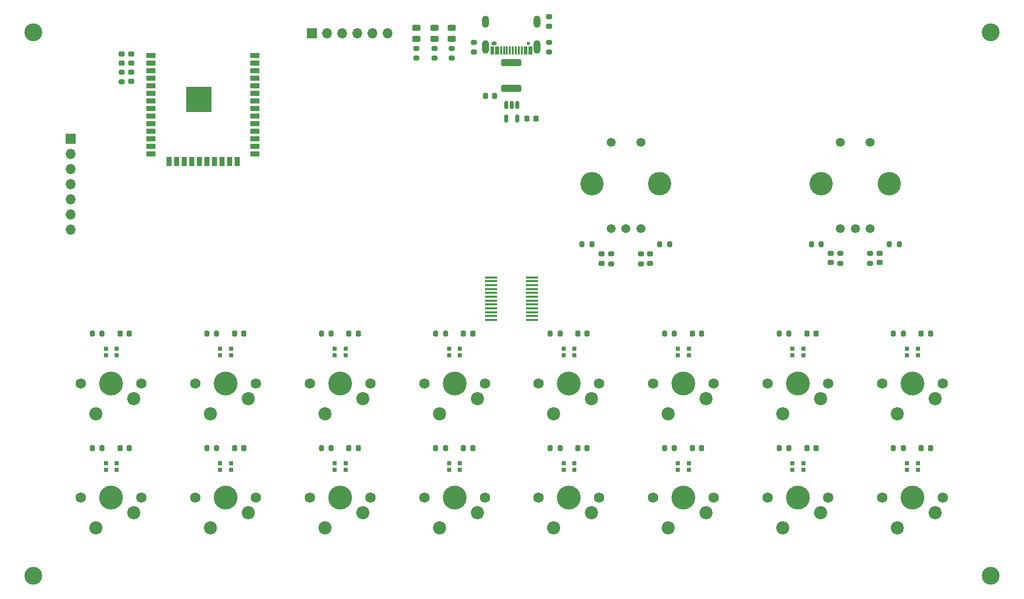
<source format=gbr>
%TF.GenerationSoftware,KiCad,Pcbnew,8.0.1-8.0.1-1~ubuntu22.04.1*%
%TF.CreationDate,2024-04-27T07:34:54-05:00*%
%TF.ProjectId,Universal Control Box,556e6976-6572-4736-916c-20436f6e7472,rev?*%
%TF.SameCoordinates,Original*%
%TF.FileFunction,Soldermask,Top*%
%TF.FilePolarity,Negative*%
%FSLAX46Y46*%
G04 Gerber Fmt 4.6, Leading zero omitted, Abs format (unit mm)*
G04 Created by KiCad (PCBNEW 8.0.1-8.0.1-1~ubuntu22.04.1) date 2024-04-27 07:34:54*
%MOMM*%
%LPD*%
G01*
G04 APERTURE LIST*
G04 Aperture macros list*
%AMRoundRect*
0 Rectangle with rounded corners*
0 $1 Rounding radius*
0 $2 $3 $4 $5 $6 $7 $8 $9 X,Y pos of 4 corners*
0 Add a 4 corners polygon primitive as box body*
4,1,4,$2,$3,$4,$5,$6,$7,$8,$9,$2,$3,0*
0 Add four circle primitives for the rounded corners*
1,1,$1+$1,$2,$3*
1,1,$1+$1,$4,$5*
1,1,$1+$1,$6,$7*
1,1,$1+$1,$8,$9*
0 Add four rect primitives between the rounded corners*
20,1,$1+$1,$2,$3,$4,$5,0*
20,1,$1+$1,$4,$5,$6,$7,0*
20,1,$1+$1,$6,$7,$8,$9,0*
20,1,$1+$1,$8,$9,$2,$3,0*%
G04 Aperture macros list end*
%ADD10C,1.500000*%
%ADD11C,3.915000*%
%ADD12RoundRect,0.243750X-0.456250X0.243750X-0.456250X-0.243750X0.456250X-0.243750X0.456250X0.243750X0*%
%ADD13RoundRect,0.243750X0.456250X-0.243750X0.456250X0.243750X-0.456250X0.243750X-0.456250X-0.243750X0*%
%ADD14C,1.750000*%
%ADD15C,4.000000*%
%ADD16C,2.200000*%
%ADD17R,0.700000X0.700000*%
%ADD18RoundRect,0.200000X0.275000X-0.200000X0.275000X0.200000X-0.275000X0.200000X-0.275000X-0.200000X0*%
%ADD19RoundRect,0.200000X0.200000X0.275000X-0.200000X0.275000X-0.200000X-0.275000X0.200000X-0.275000X0*%
%ADD20RoundRect,0.225000X0.225000X0.250000X-0.225000X0.250000X-0.225000X-0.250000X0.225000X-0.250000X0*%
%ADD21R,1.500000X0.900000*%
%ADD22R,0.900000X1.500000*%
%ADD23C,0.475000*%
%ADD24R,4.200000X4.200000*%
%ADD25RoundRect,0.200000X-0.275000X0.200000X-0.275000X-0.200000X0.275000X-0.200000X0.275000X0.200000X0*%
%ADD26RoundRect,0.225000X-0.250000X0.225000X-0.250000X-0.225000X0.250000X-0.225000X0.250000X0.225000X0*%
%ADD27RoundRect,0.150000X-0.150000X0.512500X-0.150000X-0.512500X0.150000X-0.512500X0.150000X0.512500X0*%
%ADD28C,3.000000*%
%ADD29RoundRect,0.225000X-0.225000X-0.250000X0.225000X-0.250000X0.225000X0.250000X-0.225000X0.250000X0*%
%ADD30R,1.700000X1.700000*%
%ADD31O,1.700000X1.700000*%
%ADD32R,2.057400X0.431800*%
%ADD33RoundRect,0.225000X0.250000X-0.225000X0.250000X0.225000X-0.250000X0.225000X-0.250000X-0.225000X0*%
%ADD34RoundRect,0.200000X-0.200000X-0.275000X0.200000X-0.275000X0.200000X0.275000X-0.200000X0.275000X0*%
%ADD35C,0.600000*%
%ADD36O,0.950000X0.600000*%
%ADD37R,0.300000X1.400000*%
%ADD38O,1.200000X2.300000*%
%ADD39O,1.200000X2.000000*%
%ADD40RoundRect,0.250000X-1.450000X0.312500X-1.450000X-0.312500X1.450000X-0.312500X1.450000X0.312500X0*%
%ADD41RoundRect,0.218750X-0.256250X0.218750X-0.256250X-0.218750X0.256250X-0.218750X0.256250X0.218750X0*%
G04 APERTURE END LIST*
D10*
%TO.C,U202*%
X221900000Y-63650000D03*
X226900000Y-63650000D03*
X224400000Y-63650000D03*
D11*
X218700000Y-56150000D03*
X230100000Y-56150000D03*
D10*
X221900000Y-49150000D03*
X226900000Y-49150000D03*
%TD*%
%TO.C,U201*%
X183400000Y-63650000D03*
X188400000Y-63650000D03*
X185900000Y-63650000D03*
D11*
X180200000Y-56150000D03*
X191600000Y-56150000D03*
D10*
X183400000Y-49150000D03*
X188400000Y-49150000D03*
%TD*%
D12*
%TO.C,D103*%
X156700000Y-29962500D03*
X156700000Y-31837500D03*
%TD*%
D13*
%TO.C,D102*%
X153800000Y-31837500D03*
X153800000Y-29962500D03*
%TD*%
D12*
%TO.C,D101*%
X150800000Y-29962500D03*
X150800000Y-31837500D03*
%TD*%
D14*
%TO.C,SW306*%
X200645000Y-89600000D03*
D15*
X195565000Y-89600000D03*
D14*
X190485000Y-89600000D03*
D16*
X199375000Y-92140000D03*
X193025000Y-94680000D03*
D17*
X194650000Y-84900000D03*
X196480000Y-84900000D03*
X194650000Y-83800000D03*
X196480000Y-83800000D03*
%TD*%
D14*
%TO.C,SW311*%
X143045000Y-108800000D03*
D15*
X137965000Y-108800000D03*
D14*
X132885000Y-108800000D03*
D16*
X141775000Y-111340000D03*
X135425000Y-113880000D03*
D17*
X137050000Y-104100000D03*
X138880000Y-104100000D03*
X137050000Y-103000000D03*
X138880000Y-103000000D03*
%TD*%
D18*
%TO.C,R204*%
X188400000Y-69550000D03*
X188400000Y-67900000D03*
%TD*%
D19*
%TO.C,R313*%
X174850000Y-100500000D03*
X173200000Y-100500000D03*
%TD*%
D20*
%TO.C,C314*%
X198600000Y-100500000D03*
X197050000Y-100500000D03*
%TD*%
%TO.C,C306*%
X198600000Y-81300000D03*
X197050000Y-81300000D03*
%TD*%
D21*
%TO.C,U101*%
X106200000Y-34600000D03*
X106200000Y-35870000D03*
X106200000Y-37140000D03*
X106200000Y-38410000D03*
X106200000Y-39680000D03*
X106200000Y-40950000D03*
X106200000Y-42220000D03*
X106200000Y-43490000D03*
X106200000Y-44760000D03*
X106200000Y-46030000D03*
X106200000Y-47300000D03*
X106200000Y-48570000D03*
X106200000Y-49840000D03*
X106200000Y-51110000D03*
D22*
X109240000Y-52360000D03*
X110510000Y-52360000D03*
X111780000Y-52360000D03*
X113050000Y-52360000D03*
X114320000Y-52360000D03*
X115590000Y-52360000D03*
X116860000Y-52360000D03*
X118130000Y-52360000D03*
X119400000Y-52360000D03*
X120670000Y-52360000D03*
D21*
X123700000Y-51110000D03*
X123700000Y-49840000D03*
X123700000Y-48570000D03*
X123700000Y-47300000D03*
X123700000Y-46030000D03*
X123700000Y-44760000D03*
X123700000Y-43490000D03*
X123700000Y-42220000D03*
X123700000Y-40950000D03*
X123700000Y-39680000D03*
X123700000Y-38410000D03*
X123700000Y-37140000D03*
X123700000Y-35870000D03*
X123700000Y-34600000D03*
D23*
X112745000Y-41177500D03*
X112745000Y-42702500D03*
X113507500Y-40415000D03*
X113507500Y-41940000D03*
X113507500Y-43465000D03*
X114270000Y-41177500D03*
D24*
X114270000Y-41940000D03*
D23*
X114270000Y-42702500D03*
X115032500Y-40415000D03*
X115032500Y-41940000D03*
X115032500Y-43465000D03*
X115795000Y-41177500D03*
X115795000Y-42702500D03*
%TD*%
D19*
%TO.C,R310*%
X117250000Y-100500000D03*
X115600000Y-100500000D03*
%TD*%
D25*
%TO.C,R102*%
X160400000Y-32400000D03*
X160400000Y-34050000D03*
%TD*%
D14*
%TO.C,SW309*%
X104645000Y-108800000D03*
D15*
X99565000Y-108800000D03*
D14*
X94485000Y-108800000D03*
D16*
X103375000Y-111340000D03*
X97025000Y-113880000D03*
D17*
X98650000Y-104100000D03*
X100480000Y-104100000D03*
X98650000Y-103000000D03*
X100480000Y-103000000D03*
%TD*%
D26*
%TO.C,C102*%
X101300000Y-34350000D03*
X101300000Y-35900000D03*
%TD*%
%TO.C,C201*%
X181800000Y-67900000D03*
X181800000Y-69450000D03*
%TD*%
D25*
%TO.C,R104*%
X150800000Y-33400000D03*
X150800000Y-35050000D03*
%TD*%
D20*
%TO.C,C305*%
X179400000Y-81300000D03*
X177850000Y-81300000D03*
%TD*%
D14*
%TO.C,SW305*%
X181445000Y-89600000D03*
D15*
X176365000Y-89600000D03*
D14*
X171285000Y-89600000D03*
D16*
X180175000Y-92140000D03*
X173825000Y-94680000D03*
D17*
X175450000Y-84900000D03*
X177280000Y-84900000D03*
X175450000Y-83800000D03*
X177280000Y-83800000D03*
%TD*%
D27*
%TO.C,U103*%
X167700000Y-42900000D03*
X166750000Y-42900000D03*
X165800000Y-42900000D03*
X165800000Y-45175000D03*
X167700000Y-45175000D03*
%TD*%
D19*
%TO.C,R312*%
X155650000Y-100500000D03*
X154000000Y-100500000D03*
%TD*%
D14*
%TO.C,SW314*%
X200645000Y-108800000D03*
D15*
X195565000Y-108800000D03*
D14*
X190485000Y-108800000D03*
D16*
X199375000Y-111340000D03*
X193025000Y-113880000D03*
D17*
X194650000Y-104100000D03*
X196480000Y-104100000D03*
X194650000Y-103000000D03*
X196480000Y-103000000D03*
%TD*%
D14*
%TO.C,SW316*%
X239045000Y-108800000D03*
D15*
X233965000Y-108800000D03*
D14*
X228885000Y-108800000D03*
D16*
X237775000Y-111340000D03*
X231425000Y-113880000D03*
D17*
X233050000Y-104100000D03*
X234880000Y-104100000D03*
X233050000Y-103000000D03*
X234880000Y-103000000D03*
%TD*%
D14*
%TO.C,SW301*%
X104645000Y-89600000D03*
D15*
X99565000Y-89600000D03*
D14*
X94485000Y-89600000D03*
D16*
X103375000Y-92140000D03*
X97025000Y-94680000D03*
D17*
X98650000Y-84900000D03*
X100480000Y-84900000D03*
X98650000Y-83800000D03*
X100480000Y-83800000D03*
%TD*%
D28*
%TO.C,H103*%
X86500000Y-121900000D03*
%TD*%
D29*
%TO.C,C104*%
X162350000Y-41400000D03*
X163900000Y-41400000D03*
%TD*%
D18*
%TO.C,R101*%
X101300000Y-39050000D03*
X101300000Y-37400000D03*
%TD*%
D20*
%TO.C,C301*%
X102600000Y-81300000D03*
X101050000Y-81300000D03*
%TD*%
D18*
%TO.C,R105*%
X153800000Y-35050000D03*
X153800000Y-33400000D03*
%TD*%
D19*
%TO.C,R311*%
X136450000Y-100500000D03*
X134800000Y-100500000D03*
%TD*%
D20*
%TO.C,C303*%
X141000000Y-81300000D03*
X139450000Y-81300000D03*
%TD*%
%TO.C,C311*%
X141000000Y-100500000D03*
X139450000Y-100500000D03*
%TD*%
D14*
%TO.C,SW303*%
X143045000Y-89600000D03*
D15*
X137965000Y-89600000D03*
D14*
X132885000Y-89600000D03*
D16*
X141775000Y-92140000D03*
X135425000Y-94680000D03*
D17*
X137050000Y-84900000D03*
X138880000Y-84900000D03*
X137050000Y-83800000D03*
X138880000Y-83800000D03*
%TD*%
D30*
%TO.C,J102*%
X92800000Y-48600000D03*
D31*
X92800000Y-51140000D03*
X92800000Y-53680000D03*
X92800000Y-56220000D03*
X92800000Y-58760000D03*
X92800000Y-61300000D03*
X92800000Y-63840000D03*
%TD*%
D14*
%TO.C,SW307*%
X219845000Y-89600000D03*
D15*
X214765000Y-89600000D03*
D14*
X209685000Y-89600000D03*
D16*
X218575000Y-92140000D03*
X212225000Y-94680000D03*
D17*
X213850000Y-84900000D03*
X215680000Y-84900000D03*
X213850000Y-83800000D03*
X215680000Y-83800000D03*
%TD*%
D32*
%TO.C,U102*%
X163321000Y-71825001D03*
X163321000Y-72475000D03*
X163321000Y-73124998D03*
X163321000Y-73774999D03*
X163321000Y-74424998D03*
X163321000Y-75074999D03*
X163321000Y-75724998D03*
X163321000Y-76374999D03*
X163321000Y-77024998D03*
X163321000Y-77674999D03*
X163321000Y-78324998D03*
X163321000Y-78974999D03*
X170179000Y-78974999D03*
X170179000Y-78325000D03*
X170179000Y-77674999D03*
X170179000Y-77025001D03*
X170179000Y-76374999D03*
X170179000Y-75725001D03*
X170179000Y-75075002D03*
X170179000Y-74425001D03*
X170179000Y-73775002D03*
X170179000Y-73125001D03*
X170179000Y-72475002D03*
X170179000Y-71825001D03*
%TD*%
D18*
%TO.C,R208*%
X226900000Y-69450000D03*
X226900000Y-67800000D03*
%TD*%
D26*
%TO.C,C202*%
X190000000Y-67900000D03*
X190000000Y-69450000D03*
%TD*%
D19*
%TO.C,R315*%
X213250000Y-100500000D03*
X211600000Y-100500000D03*
%TD*%
%TO.C,R203*%
X193250000Y-66300000D03*
X191600000Y-66300000D03*
%TD*%
D20*
%TO.C,C302*%
X121800000Y-81300000D03*
X120250000Y-81300000D03*
%TD*%
D29*
%TO.C,C105*%
X169300000Y-45200000D03*
X170850000Y-45200000D03*
%TD*%
D19*
%TO.C,R308*%
X232450000Y-81300000D03*
X230800000Y-81300000D03*
%TD*%
D20*
%TO.C,C316*%
X237000000Y-100500000D03*
X235450000Y-100500000D03*
%TD*%
D19*
%TO.C,R314*%
X194050000Y-100500000D03*
X192400000Y-100500000D03*
%TD*%
D26*
%TO.C,C101*%
X102900000Y-37400000D03*
X102900000Y-38950000D03*
%TD*%
D14*
%TO.C,SW302*%
X123845000Y-89600000D03*
D15*
X118765000Y-89600000D03*
D14*
X113685000Y-89600000D03*
D16*
X122575000Y-92140000D03*
X116225000Y-94680000D03*
D17*
X117850000Y-84900000D03*
X119680000Y-84900000D03*
X117850000Y-83800000D03*
X119680000Y-83800000D03*
%TD*%
D20*
%TO.C,C308*%
X237000000Y-81300000D03*
X235450000Y-81300000D03*
%TD*%
D33*
%TO.C,C103*%
X102900000Y-35900000D03*
X102900000Y-34350000D03*
%TD*%
D20*
%TO.C,C307*%
X217800000Y-81300000D03*
X216250000Y-81300000D03*
%TD*%
D25*
%TO.C,R106*%
X156700000Y-33400000D03*
X156700000Y-35050000D03*
%TD*%
D14*
%TO.C,SW315*%
X219845000Y-108800000D03*
D15*
X214765000Y-108800000D03*
D14*
X209685000Y-108800000D03*
D16*
X218575000Y-111340000D03*
X212225000Y-113880000D03*
D17*
X213850000Y-104100000D03*
X215680000Y-104100000D03*
X213850000Y-103000000D03*
X215680000Y-103000000D03*
%TD*%
D20*
%TO.C,C312*%
X160200000Y-100500000D03*
X158650000Y-100500000D03*
%TD*%
D34*
%TO.C,R202*%
X178550000Y-66300000D03*
X180200000Y-66300000D03*
%TD*%
D19*
%TO.C,R207*%
X231750000Y-66300000D03*
X230100000Y-66300000D03*
%TD*%
D20*
%TO.C,C309*%
X102600000Y-100500000D03*
X101050000Y-100500000D03*
%TD*%
D19*
%TO.C,R305*%
X174850000Y-81300000D03*
X173200000Y-81300000D03*
%TD*%
D25*
%TO.C,R201*%
X183400000Y-67900000D03*
X183400000Y-69550000D03*
%TD*%
D19*
%TO.C,R309*%
X98050000Y-100500000D03*
X96400000Y-100500000D03*
%TD*%
D35*
%TO.C,J103*%
X169590000Y-32600000D03*
D36*
X163810000Y-32600000D03*
D37*
X170050000Y-33750000D03*
X169250000Y-33750000D03*
X167950000Y-33750000D03*
X166950000Y-33750000D03*
X166450000Y-33750000D03*
X165450000Y-33750000D03*
X164150000Y-33750000D03*
X163350000Y-33750000D03*
X163650000Y-33750000D03*
X164450000Y-33750000D03*
X164950000Y-33750000D03*
X165950000Y-33750000D03*
X167450000Y-33750000D03*
X168450000Y-33750000D03*
X168950000Y-33750000D03*
X169750000Y-33750000D03*
D38*
X171025000Y-33175000D03*
D39*
X171025000Y-28900000D03*
D38*
X162375000Y-33175000D03*
D39*
X162375000Y-28900000D03*
%TD*%
D28*
%TO.C,H104*%
X247100000Y-121900000D03*
%TD*%
D19*
%TO.C,R307*%
X213250000Y-81300000D03*
X211600000Y-81300000D03*
%TD*%
D14*
%TO.C,SW310*%
X123845000Y-108800000D03*
D15*
X118765000Y-108800000D03*
D14*
X113685000Y-108800000D03*
D16*
X122575000Y-111340000D03*
X116225000Y-113880000D03*
D17*
X117850000Y-104100000D03*
X119680000Y-104100000D03*
X117850000Y-103000000D03*
X119680000Y-103000000D03*
%TD*%
D20*
%TO.C,C304*%
X160200000Y-81300000D03*
X158650000Y-81300000D03*
%TD*%
D30*
%TO.C,J101*%
X133200000Y-30900000D03*
D31*
X135740000Y-30900000D03*
X138280000Y-30900000D03*
X140820000Y-30900000D03*
X143360000Y-30900000D03*
X145900000Y-30900000D03*
%TD*%
D19*
%TO.C,R316*%
X232450000Y-100500000D03*
X230800000Y-100500000D03*
%TD*%
%TO.C,R304*%
X155650000Y-81300000D03*
X154000000Y-81300000D03*
%TD*%
%TO.C,R303*%
X136450000Y-81300000D03*
X134800000Y-81300000D03*
%TD*%
D20*
%TO.C,C313*%
X179400000Y-100500000D03*
X177850000Y-100500000D03*
%TD*%
D14*
%TO.C,SW304*%
X162245000Y-89600000D03*
D15*
X157165000Y-89600000D03*
D14*
X152085000Y-89600000D03*
D16*
X160975000Y-92140000D03*
X154625000Y-94680000D03*
D17*
X156250000Y-84900000D03*
X158080000Y-84900000D03*
X156250000Y-83800000D03*
X158080000Y-83800000D03*
%TD*%
D40*
%TO.C,F101*%
X166700000Y-35800000D03*
X166700000Y-40075000D03*
%TD*%
D41*
%TO.C,L101*%
X173000000Y-28100000D03*
X173000000Y-29675000D03*
%TD*%
D19*
%TO.C,R306*%
X194050000Y-81300000D03*
X192400000Y-81300000D03*
%TD*%
D34*
%TO.C,R206*%
X217050000Y-66300000D03*
X218700000Y-66300000D03*
%TD*%
D25*
%TO.C,R205*%
X221900000Y-67800000D03*
X221900000Y-69450000D03*
%TD*%
D14*
%TO.C,SW312*%
X162245000Y-108800000D03*
D15*
X157165000Y-108800000D03*
D14*
X152085000Y-108800000D03*
D16*
X160975000Y-111340000D03*
X154625000Y-113880000D03*
D17*
X156250000Y-104100000D03*
X158080000Y-104100000D03*
X156250000Y-103000000D03*
X158080000Y-103000000D03*
%TD*%
D26*
%TO.C,C203*%
X220300000Y-67800000D03*
X220300000Y-69350000D03*
%TD*%
D20*
%TO.C,C310*%
X121800000Y-100500000D03*
X120250000Y-100500000D03*
%TD*%
D28*
%TO.C,H101*%
X86500000Y-30700000D03*
%TD*%
%TO.C,H102*%
X247100000Y-30700000D03*
%TD*%
D26*
%TO.C,C204*%
X228500000Y-67800000D03*
X228500000Y-69350000D03*
%TD*%
D14*
%TO.C,SW308*%
X239045000Y-89600000D03*
D15*
X233965000Y-89600000D03*
D14*
X228885000Y-89600000D03*
D16*
X237775000Y-92140000D03*
X231425000Y-94680000D03*
D17*
X233050000Y-84900000D03*
X234880000Y-84900000D03*
X233050000Y-83800000D03*
X234880000Y-83800000D03*
%TD*%
D19*
%TO.C,R302*%
X117250000Y-81300000D03*
X115600000Y-81300000D03*
%TD*%
D18*
%TO.C,R103*%
X173000000Y-34050000D03*
X173000000Y-32400000D03*
%TD*%
D19*
%TO.C,R301*%
X98050000Y-81300000D03*
X96400000Y-81300000D03*
%TD*%
D20*
%TO.C,C315*%
X217800000Y-100500000D03*
X216250000Y-100500000D03*
%TD*%
D14*
%TO.C,SW313*%
X181445000Y-108800000D03*
D15*
X176365000Y-108800000D03*
D14*
X171285000Y-108800000D03*
D16*
X180175000Y-111340000D03*
X173825000Y-113880000D03*
D17*
X175450000Y-104100000D03*
X177280000Y-104100000D03*
X175450000Y-103000000D03*
X177280000Y-103000000D03*
%TD*%
M02*

</source>
